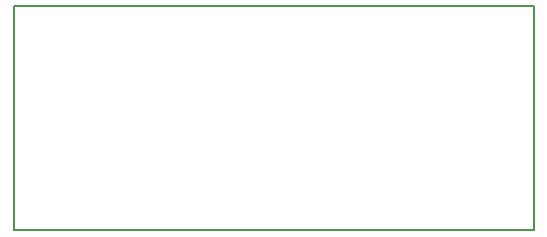
<source format=gbr>
G04 #@! TF.FileFunction,Profile,NP*
%FSLAX46Y46*%
G04 Gerber Fmt 4.6, Leading zero omitted, Abs format (unit mm)*
G04 Created by KiCad (PCBNEW 0.201510100348+6257~30~ubuntu14.04.1-product) date jeu. 15 oct. 2015 23:40:22 CEST*
%MOMM*%
G01*
G04 APERTURE LIST*
%ADD10C,0.100000*%
%ADD11C,0.150000*%
G04 APERTURE END LIST*
D10*
D11*
X158000000Y-102000000D02*
X114000000Y-102000000D01*
X158000000Y-121000000D02*
X158000000Y-102000000D01*
X114000000Y-121000000D02*
X158000000Y-121000000D01*
X114000000Y-102000000D02*
X114000000Y-121000000D01*
M02*

</source>
